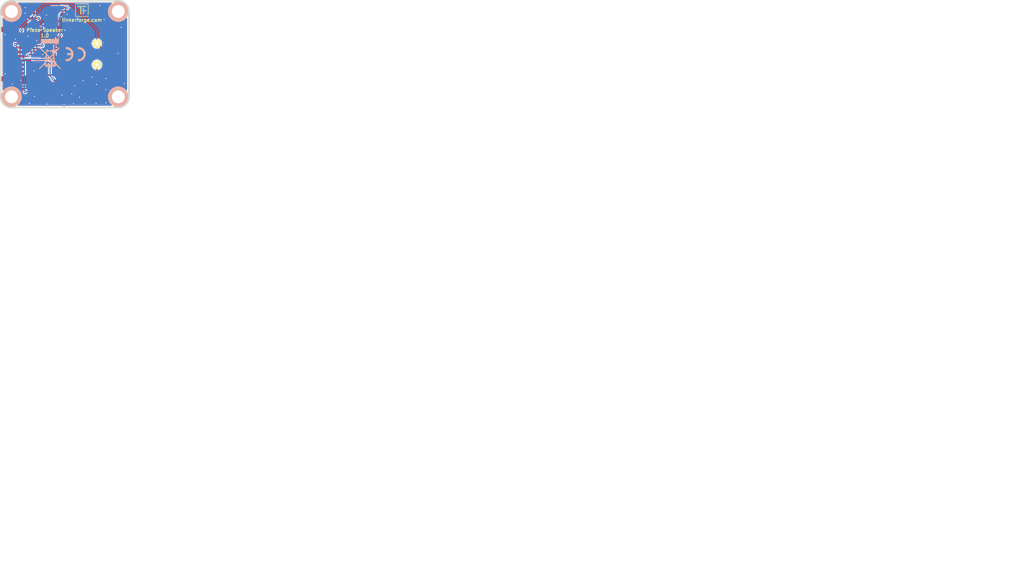
<source format=kicad_pcb>
(kicad_pcb (version 4) (host pcbnew 4.0.2+dfsg1-stable)
  (title_block (title "Piezo Speaker Bricklet") (rev 1.0) (company "Tinkerforge GmbH") (comment 1 "Licensed under CERN OHL v.1.1") (comment 2 "Copyright (©) 2013, B.Nordmeyer <bastian@tinkerforge.com>"))
  (layers (0 Vorderseite signal hide) (31 Rückseite signal hide) (34 B.Paste user) (35 F.Paste user) (36 B.SilkS user) (37 F.SilkS user) (38 B.Mask user) (39 F.Mask user) (44 Edge.Cuts user))
  (net 0 "")
  (net 1 +5V)
  (net 2 Feedback)
  (net 3 GND)
  (net 4 POT1-A)
  (net 5 POT2-A)
  (net 6 Reset)
  (net 7 VCC)
  (net 8 "Net-(C3-Pad2)")
  (net 9 "Net-(C5-Pad2)")
  (net 10 "Net-(P1-Pad4)")
  (net 11 "Net-(P1-Pad5)")
  (net 12 "Net-(P1-Pad6)")
  (net 13 "Net-(P1-Pad8)")
  (net 14 "Net-(P1-Pad9)")
  (net 15 "Net-(Q1-PadD)")
  (net 16 "Net-(U1-Pad7)")
  (net 17 "Net-(U2-Pad5)")
  (net 18 "Net-(U2-Pad6)")
  (net 19 "Net-(U2-Pad10)")
  (net 20 "Net-(U2-Pad11)")
  (module kicad-libraries:Logo_31x31 (layer Vorderseite) (at 60.3 30.4)
    (fp_text reference G*** hide)
    (fp_text value Logo_31x31 hide)
  )
  (module kicad-libraries:WEEE_7mm (layer Rückseite) (at 54.4 42.3)
    (fp_text reference VAL hide)
    (fp_text value WEEE_7mm hide)
  )
  (module kicad-libraries:CE_5mm (layer Rückseite) (at 60.4 42.3 180)
    (fp_text reference VAL hide)
    (fp_text value CE_5mm hide)
  )
  (module kicad-libraries:Fiducial_Mark (layer Vorderseite) (at 65.2 32.3)
    (fp_text reference Fiducial_Mark hide)
    (fp_text value VAL** hide)
    (pad 1 smd circle (at 0 0) (size 1.00076 1.00076) (layers Vorderseite F.Paste F.Mask) (clearance 0.65024))
  )
  (module kicad-libraries:Fiducial_Mark (layer Vorderseite) (at 45.7 46.3)
    (fp_text reference Fiducial_Mark hide)
    (fp_text value VAL** hide)
    (pad 1 smd circle (at 0 0) (size 1.00076 1.00076) (layers Vorderseite F.Paste F.Mask) (clearance 0.65024))
  )
  (module kicad-libraries:C0603 (layer Vorderseite) (at 57.3 32.2 270)
    (fp_text reference C1)
    (fp_text value 100nF)
    (pad 1 smd rect (at -0.8001 0 270) (size 0.8001 0.8001) (layers Vorderseite F.Paste F.Mask) (net 7 VCC))
    (pad 2 smd rect (at 0.8001 0 270) (size 0.8001 0.8001) (layers Vorderseite F.Paste F.Mask) (net 3 GND))
  )
  (module kicad-libraries:C0603 (layer Vorderseite) (at 56 38.9 180)
    (fp_text reference C2)
    (fp_text value 100nF)
    (pad 1 smd rect (at -0.8001 0 180) (size 0.8001 0.8001) (layers Vorderseite F.Paste F.Mask) (net 7 VCC))
    (pad 2 smd rect (at 0.8001 0 180) (size 0.8001 0.8001) (layers Vorderseite F.Paste F.Mask) (net 3 GND))
  )
  (module kicad-libraries:C0603 (layer Vorderseite) (at 58.5 50.8 90)
    (fp_text reference C3)
    (fp_text value "5.6nF NC0")
    (pad 1 smd rect (at -0.8001 0 90) (size 0.8001 0.8001) (layers Vorderseite F.Paste F.Mask) (net 3 GND))
    (pad 2 smd rect (at 0.8001 0 90) (size 0.8001 0.8001) (layers Vorderseite F.Paste F.Mask) (net 8 "Net-(C3-Pad2)"))
  )
  (module kicad-libraries:C0603 (layer Vorderseite) (at 49.6 51.9 90)
    (fp_text reference C4)
    (fp_text value 100nF)
    (pad 1 smd rect (at -0.8001 0 90) (size 0.8001 0.8001) (layers Vorderseite F.Paste F.Mask) (net 3 GND))
    (pad 2 smd rect (at 0.8001 0 90) (size 0.8001 0.8001) (layers Vorderseite F.Paste F.Mask) (net 7 VCC))
  )
  (module kicad-libraries:C0603 (layer Vorderseite) (at 49.6 47.7 90)
    (fp_text reference C5)
    (fp_text value 10nF)
    (pad 1 smd rect (at -0.8001 0 90) (size 0.8001 0.8001) (layers Vorderseite F.Paste F.Mask) (net 3 GND))
    (pad 2 smd rect (at 0.8001 0 90) (size 0.8001 0.8001) (layers Vorderseite F.Paste F.Mask) (net 9 "Net-(C5-Pad2)"))
  )
  (module kicad-libraries:CON-SENSOR (layer Vorderseite) (at 43 42.3 270)
    (fp_text reference P1)
    (fp_text value CON-SENSOR)
    (pad 1 smd rect (at -4.50088 -4.7752 270) (size 0.59944 1.5494) (layers Vorderseite F.Paste F.Mask) (net 1 +5V))
    (pad 2 smd rect (at -3.50012 -4.7752 270) (size 0.59944 1.5494) (layers Vorderseite F.Paste F.Mask) (net 3 GND))
    (pad 3 smd rect (at -2.49936 -4.7752 270) (size 0.59944 1.5494) (layers Vorderseite F.Paste F.Mask) (net 7 VCC))
    (pad 4 smd rect (at -1.50114 -4.7752 270) (size 0.59944 1.5494) (layers Vorderseite F.Paste F.Mask) (net 10 "Net-(P1-Pad4)"))
    (pad 5 smd rect (at -0.50038 -4.7752 270) (size 0.59944 1.5494) (layers Vorderseite F.Paste F.Mask) (net 11 "Net-(P1-Pad5)"))
    (pad 6 smd rect (at 0.50038 -4.7752 270) (size 0.59944 1.5494) (layers Vorderseite F.Paste F.Mask) (net 12 "Net-(P1-Pad6)"))
    (pad 7 smd rect (at 1.50114 -4.7752 270) (size 0.59944 1.5494) (layers Vorderseite F.Paste F.Mask) (net 6 Reset))
    (pad 8 smd rect (at 2.49936 -4.7752 270) (size 0.59944 1.5494) (layers Vorderseite F.Paste F.Mask) (net 13 "Net-(P1-Pad8)"))
    (pad 9 smd rect (at 3.50012 -4.7752 270) (size 0.59944 1.5494) (layers Vorderseite F.Paste F.Mask) (net 14 "Net-(P1-Pad9)"))
    (pad 10 smd rect (at 4.50088 -4.7752 270) (size 0.59944 1.5494) (layers Vorderseite F.Paste F.Mask) (net 2 Feedback))
    (pad EP smd rect (at -5.79882 -0.89916 270) (size 1.19888 1.80086) (layers Vorderseite F.Paste F.Mask) (net 3 GND))
    (pad EP smd rect (at 5.79882 -0.89916 270) (size 1.19888 1.80086) (layers Vorderseite F.Paste F.Mask) (net 3 GND))
  )
  (module kicad-libraries:SOT23GDS (layer Vorderseite) (at 63.4 51.5 90)
    (fp_text reference Q1)
    (fp_text value 2N7002P)
    (pad S smd rect (at -0.889 -1.016 90) (size 0.9144 0.9144) (layers Vorderseite F.Paste F.Mask) (net 3 GND))
    (pad G smd rect (at 0.889 -1.016 90) (size 0.9144 0.9144) (layers Vorderseite F.Paste F.Mask) (net 5 POT2-A))
    (pad D smd rect (at 0 1.016 90) (size 0.9144 0.9144) (layers Vorderseite F.Paste F.Mask) (net 15 "Net-(Q1-PadD)"))
  )
  (module kicad-libraries:R0603 (layer Vorderseite) (at 49.6 44.75 270)
    (fp_text reference R1)
    (fp_text value 10k)
    (pad 1 smd rect (at -0.8001 0 270) (size 0.8001 0.8001) (layers Vorderseite F.Paste F.Mask) (net 6 Reset))
    (pad 2 smd rect (at 0.8001 0 270) (size 0.8001 0.8001) (layers Vorderseite F.Paste F.Mask) (net 3 GND))
  )
  (module kicad-libraries:R0603 (layer Vorderseite) (at 58.5 47.9 270)
    (fp_text reference R2)
    (fp_text value 18k)
    (pad 1 smd rect (at -0.8001 0 270) (size 0.8001 0.8001) (layers Vorderseite F.Paste F.Mask) (net 4 POT1-A))
    (pad 2 smd rect (at 0.8001 0 270) (size 0.8001 0.8001) (layers Vorderseite F.Paste F.Mask) (net 8 "Net-(C3-Pad2)"))
  )
  (module kicad-libraries:R0603 (layer Vorderseite) (at 54.05 52.5)
    (fp_text reference R3)
    (fp_text value 10k)
    (pad 1 smd rect (at -0.8001 0) (size 0.8001 0.8001) (layers Vorderseite F.Paste F.Mask) (net 7 VCC))
    (pad 2 smd rect (at 0.8001 0) (size 0.8001 0.8001) (layers Vorderseite F.Paste F.Mask) (net 2 Feedback))
  )
  (module kicad-libraries:R0603 (layer Vorderseite) (at 66.2 51.5 270)
    (fp_text reference R4)
    (fp_text value 1k)
    (pad 1 smd rect (at -0.8001 0 270) (size 0.8001 0.8001) (layers Vorderseite F.Paste F.Mask) (net 1 +5V))
    (pad 2 smd rect (at 0.8001 0 270) (size 0.8001 0.8001) (layers Vorderseite F.Paste F.Mask) (net 15 "Net-(Q1-PadD)"))
  )
  (module kicad-libraries:SOIC8 (layer Vorderseite) (at 52.8 33.3 270)
    (fp_text reference U1)
    (fp_text value M24C64)
    (pad 1 smd rect (at -1.90246 2.69748 90) (size 0.59944 1.5494) (layers Vorderseite F.Paste F.Mask) (net 3 GND))
    (pad 2 smd rect (at -0.63246 2.69748 90) (size 0.59944 1.5494) (layers Vorderseite F.Paste F.Mask) (net 3 GND))
    (pad 3 smd rect (at 0.63246 2.69748 90) (size 0.59944 1.5494) (layers Vorderseite F.Paste F.Mask) (net 12 "Net-(P1-Pad6)"))
    (pad 4 smd rect (at 1.90246 2.69748 90) (size 0.59944 1.5494) (layers Vorderseite F.Paste F.Mask) (net 3 GND))
    (pad 5 smd rect (at 1.90246 -2.69748 270) (size 0.59944 1.5494) (layers Vorderseite F.Paste F.Mask) (net 11 "Net-(P1-Pad5)"))
    (pad 6 smd rect (at 0.63246 -2.69748 270) (size 0.59944 1.5494) (layers Vorderseite F.Paste F.Mask) (net 10 "Net-(P1-Pad4)"))
    (pad 7 smd rect (at -0.63246 -2.69748 270) (size 0.59944 1.5494) (layers Vorderseite F.Paste F.Mask) (net 16 "Net-(U1-Pad7)"))
    (pad 8 smd rect (at -1.90246 -2.69748 270) (size 0.59944 1.5494) (layers Vorderseite F.Paste F.Mask) (net 7 VCC))
  )
  (module kicad-libraries:TSSOP14 (layer Vorderseite) (at 54 42.3 270)
    (fp_text reference U2)
    (fp_text value MCP4651-104E/ST)
    (pad 1 smd rect (at -1.94818 2.79908 90) (size 0.29972 1.5494) (layers Vorderseite F.Paste F.Mask) (net 12 "Net-(P1-Pad6)"))
    (pad 2 smd rect (at -1.29794 2.79908 90) (size 0.29972 1.5494) (layers Vorderseite F.Paste F.Mask) (net 10 "Net-(P1-Pad4)"))
    (pad 3 smd rect (at -0.6477 2.79908 90) (size 0.29972 1.5494) (layers Vorderseite F.Paste F.Mask) (net 11 "Net-(P1-Pad5)"))
    (pad 4 smd rect (at 0 2.79908 90) (size 0.29972 1.5494) (layers Vorderseite F.Paste F.Mask) (net 3 GND))
    (pad 5 smd rect (at 0.6477 2.79908 90) (size 0.29972 1.5494) (layers Vorderseite F.Paste F.Mask) (net 17 "Net-(U2-Pad5)"))
    (pad 6 smd rect (at 1.29794 2.79908 90) (size 0.29972 1.5494) (layers Vorderseite F.Paste F.Mask) (net 18 "Net-(U2-Pad6)"))
    (pad 7 smd rect (at 1.94818 2.79908 90) (size 0.29972 1.5494) (layers Vorderseite F.Paste F.Mask) (net 5 POT2-A))
    (pad 8 smd rect (at 1.94818 -2.79908 270) (size 0.29972 1.5494) (layers Vorderseite F.Paste F.Mask) (net 4 POT1-A))
    (pad 9 smd rect (at 1.29794 -2.79908 270) (size 0.29972 1.5494) (layers Vorderseite F.Paste F.Mask) (net 18 "Net-(U2-Pad6)"))
    (pad 10 smd rect (at 0.6477 -2.79908 270) (size 0.29972 1.5494) (layers Vorderseite F.Paste F.Mask) (net 19 "Net-(U2-Pad10)"))
    (pad 11 smd rect (at 0 -2.79908 270) (size 0.29972 1.5494) (layers Vorderseite F.Paste F.Mask) (net 20 "Net-(U2-Pad11)"))
    (pad 12 smd rect (at -0.6477 -2.79908 270) (size 0.29972 1.5494) (layers Vorderseite F.Paste F.Mask) (net 7 VCC))
    (pad 13 smd rect (at -1.29794 -2.79908 270) (size 0.29972 1.5494) (layers Vorderseite F.Paste F.Mask) (net 7 VCC))
    (pad 14 smd rect (at -1.94818 -2.79908 270) (size 0.29972 1.5494) (layers Vorderseite F.Paste F.Mask) (net 7 VCC))
  )
  (module kicad-libraries:SOIC8 (layer Vorderseite) (at 54.1 49.1 90)
    (fp_text reference U3)
    (fp_text value ICM7555)
    (pad 1 smd rect (at -1.90246 2.69748 270) (size 0.59944 1.5494) (layers Vorderseite F.Paste F.Mask) (net 3 GND))
    (pad 2 smd rect (at -0.63246 2.69748 270) (size 0.59944 1.5494) (layers Vorderseite F.Paste F.Mask) (net 8 "Net-(C3-Pad2)"))
    (pad 3 smd rect (at 0.63246 2.69748 270) (size 0.59944 1.5494) (layers Vorderseite F.Paste F.Mask) (net 5 POT2-A))
    (pad 4 smd rect (at 1.90246 2.69748 270) (size 0.59944 1.5494) (layers Vorderseite F.Paste F.Mask) (net 6 Reset))
    (pad 5 smd rect (at 1.90246 -2.69748 90) (size 0.59944 1.5494) (layers Vorderseite F.Paste F.Mask) (net 9 "Net-(C5-Pad2)"))
    (pad 6 smd rect (at 0.63246 -2.69748 90) (size 0.59944 1.5494) (layers Vorderseite F.Paste F.Mask) (net 8 "Net-(C3-Pad2)"))
    (pad 7 smd rect (at -0.63246 -2.69748 90) (size 0.59944 1.5494) (layers Vorderseite F.Paste F.Mask) (net 2 Feedback))
    (pad 8 smd rect (at -1.90246 -2.69748 90) (size 0.59944 1.5494) (layers Vorderseite F.Paste F.Mask) (net 7 VCC))
  )
  (module kicad-libraries:DRILL_NP (layer Vorderseite) (at 45.4 52.3)
    (fp_text reference U4 hide)
    (fp_text value DRILL hide)
    (pad "" np_thru_hole circle (at 0 0) (size 2.99974 2.99974) (drill 2.99974) (layers *.Cu *.Mask F.SilkS) (clearance 0.89916))
  )
  (module kicad-libraries:DRILL_NP (layer Vorderseite) (at 70.4 52.3)
    (fp_text reference U5 hide)
    (fp_text value DRILL hide)
    (pad "" np_thru_hole circle (at 0 0) (size 2.99974 2.99974) (drill 2.99974) (layers *.Cu *.Mask F.SilkS) (clearance 0.89916))
  )
  (module kicad-libraries:DRILL_NP (layer Vorderseite) (at 45.4 32.3)
    (fp_text reference U6 hide)
    (fp_text value DRILL hide)
    (pad "" np_thru_hole circle (at 0 0) (size 2.99974 2.99974) (drill 2.99974) (layers *.Cu *.Mask F.SilkS) (clearance 0.89916))
  )
  (module kicad-libraries:DRILL_NP (layer Vorderseite) (at 70.4 32.3)
    (fp_text reference U7 hide)
    (fp_text value DRILL hide)
    (pad "" np_thru_hole circle (at 0 0) (size 2.99974 2.99974) (drill 2.99974) (layers *.Cu *.Mask F.SilkS) (clearance 0.89916))
  )
  (module kicad-libraries:PS1420 (layer Vorderseite) (at 65.4 42.3 270)
    (fp_text reference SP1)
    (fp_text value PS1420)
    (pad 1 thru_hole circle (at -2.49936 0 270) (size 1.99898 1.99898) (drill 0.8001) (layers *.Cu *.Mask F.SilkS) (net 1 +5V))
    (pad 2 thru_hole circle (at 2.49936 0 270) (size 1.99898 1.99898) (drill 0.8001) (layers *.Cu *.Mask F.SilkS) (net 15 "Net-(Q1-PadD)"))
  )
  (gr_line (start 42.9 52.3) (end 42.9 32.3) (angle 90) (layer Edge.Cuts) (width 0.381))
  (gr_line (start 70.4 54.8) (end 45.4 54.8) (angle 90) (layer Edge.Cuts) (width 0.381))
  (gr_line (start 72.9 32.3) (end 72.9 52.3) (angle 90) (layer Edge.Cuts) (width 0.381))
  (gr_line (start 45.4 29.8) (end 70.4 29.8) (angle 90) (layer Edge.Cuts) (width 0.381))
  (gr_arc (start 45.4 32.3) (end 42.9 32.3) (angle 90) (layer Edge.Cuts) (width 0.381))
  (gr_arc (start 70.4 32.3) (end 70.4 29.8) (angle 90) (layer Edge.Cuts) (width 0.381))
  (gr_arc (start 70.4 52.3) (end 72.9 52.3) (angle 90) (layer Edge.Cuts) (width 0.381))
  (gr_arc (start 45.4 52.3) (end 45.4 54.8) (angle 90) (layer Edge.Cuts) (width 0.381))
  (gr_text "Piezo Speaker\n1.0" (at 53.2 37.3) (layer F.SilkS) (effects (font (size 0.8 0.8))))
  (gr_text tinkerforge.com (at 61.9 34.3) (layer F.SilkS) (effects (font (size 0.8 0.8))))
  (segment (start 67.1 41.50064) (end 65.4 39.80064) (width 0.29972) (layer Vorderseite) (net 1))
  (segment (start 67.1 46.7) (end 67.1 41.50064) (width 0.29972) (layer Vorderseite) (net 1))
  (segment (start 65.4 39.80064) (end 65.4 36.6) (width 0.29972) (layer Rückseite) (net 1))
  (segment (start 47.7752 36.7248) (end 47.7752 37.79912) (width 0.29972) (layer Vorderseite) (net 1))
  (segment (start 47.8 36.7) (end 47.7752 36.7248) (width 0.29972) (layer Vorderseite) (net 1))
  (via (at 47.8 36.7) (size 0.70104) (layers Vorderseite Rückseite) (net 1))
  (segment (start 47.8 36) (end 47.8 36.7) (width 0.29972) (layer Rückseite) (net 1))
  (segment (start 53.2 30.6) (end 47.8 36) (width 0.29972) (layer Rückseite) (net 1))
  (segment (start 59.4 30.6) (end 53.2 30.6) (width 0.29972) (layer Rückseite) (net 1))
  (segment (start 65.4 36.6) (end 59.4 30.6) (width 0.29972) (layer Rückseite) (net 1))
  (segment (start 66.2 47.6) (end 67.1 46.7) (width 0.29972) (layer Vorderseite) (net 1))
  (segment (start 66.2 50.6999) (end 66.2 47.6) (width 0.29972) (layer Vorderseite) (net 1))
  (segment (start 51.40252 49.73246) (end 47.63246 49.73246) (width 0.29972) (layer Vorderseite) (net 2))
  (segment (start 47.7752 47.0248) (end 47.7752 46.80088) (width 0.29972) (layer Vorderseite) (net 2))
  (segment (start 46.7 48.1) (end 47.7752 47.0248) (width 0.29972) (layer Vorderseite) (net 2))
  (segment (start 46.7 48.8) (end 46.7 48.1) (width 0.29972) (layer Vorderseite) (net 2))
  (segment (start 47.63246 49.73246) (end 46.7 48.8) (width 0.29972) (layer Vorderseite) (net 2))
  (segment (start 51.40252 49.73246) (end 52.53246 49.73246) (width 0.29972) (layer Vorderseite) (net 2))
  (segment (start 54.8501 52.0501) (end 54.8501 52.5) (width 0.29972) (layer Vorderseite) (net 2))
  (segment (start 52.53246 49.73246) (end 54.8501 52.0501) (width 0.29972) (layer Vorderseite) (net 2))
  (segment (start 43.89916 48.09882) (end 44.39882 48.09882) (width 0.29972) (layer Vorderseite) (net 3))
  (via (at 45.6 49.3) (size 0.70104) (layers Vorderseite Rückseite) (net 3))
  (segment (start 44.39882 48.09882) (end 45.6 49.3) (width 0.29972) (layer Vorderseite) (net 3))
  (segment (start 49.6 48.5001) (end 47.6001 48.5001) (width 0.29972) (layer Vorderseite) (net 3))
  (segment (start 43.9 46.9) (end 43.9 37.7) (width 0.29972) (layer Rückseite) (net 3))
  (via (at 43.9 46.9) (size 0.70104) (layers Vorderseite Rückseite) (net 3))
  (segment (start 45.35 48.35) (end 43.9 46.9) (width 0.29972) (layer Rückseite) (net 3))
  (segment (start 47.45 48.35) (end 45.35 48.35) (width 0.29972) (layer Rückseite) (net 3))
  (segment (start 47.6 48.5) (end 47.45 48.35) (width 0.29972) (layer Rückseite) (net 3))
  (via (at 47.6 48.5) (size 0.70104) (layers Vorderseite Rückseite) (net 3))
  (segment (start 47.6001 48.5001) (end 47.6 48.5) (width 0.29972) (layer Vorderseite) (net 3))
  (segment (start 53.6 33.1) (end 52.15 33.1) (width 0.29972) (layer Vorderseite) (net 3))
  (segment (start 51.71754 32.66754) (end 50.10252 32.66754) (width 0.29972) (layer Vorderseite) (net 3))
  (segment (start 52.15 33.1) (end 51.71754 32.66754) (width 0.29972) (layer Vorderseite) (net 3))
  (segment (start 49.6 45.5501) (end 50.0001 45.5501) (width 0.29972) (layer Vorderseite) (net 3))
  (segment (start 50.65 46.2) (end 49.6 47.25) (width 0.29972) (layer Rückseite) (net 3))
  (via (at 50.65 46.2) (size 0.70104) (layers Vorderseite Rückseite) (net 3))
  (segment (start 50.0001 45.5501) (end 50.65 46.2) (width 0.29972) (layer Vorderseite) (net 3))
  (segment (start 66.1 30.9) (end 64.15 30.9) (width 0.29972) (layer Vorderseite) (net 3))
  (segment (start 62.05 33) (end 62.1 33) (width 0.29972) (layer Vorderseite) (net 3))
  (segment (start 64.15 30.9) (end 62.05 33) (width 0.29972) (layer Vorderseite) (net 3))
  (segment (start 57.9 36.7) (end 57.9 37.3) (width 0.29972) (layer Rückseite) (net 3))
  (via (at 62.5 41.9) (size 0.70104) (layers Vorderseite Rückseite) (net 3))
  (segment (start 57.9 37.3) (end 62.5 41.9) (width 0.29972) (layer Rückseite) (net 3))
  (segment (start 65.3 49.4) (end 66.1 49.4) (width 0.29972) (layer Rückseite) (net 3))
  (segment (start 59.5 50.4) (end 60.2 49.7) (width 0.29972) (layer Vorderseite) (net 3))
  (via (at 60.2 49.7) (size 0.70104) (layers Vorderseite Rückseite) (net 3))
  (segment (start 60.2 49.7) (end 61.4 48.5) (width 0.29972) (layer Rückseite) (net 3))
  (segment (start 61.4 48.5) (end 62.2 48.5) (width 0.29972) (layer Rückseite) (net 3))
  (via (at 62.2 48.5) (size 0.70104) (layers Vorderseite Rückseite) (net 3))
  (segment (start 62.2 48.5) (end 63 47.7) (width 0.29972) (layer Vorderseite) (net 3))
  (segment (start 63 47.7) (end 64.3 47.7) (width 0.29972) (layer Vorderseite) (net 3))
  (via (at 64.3 47.7) (size 0.70104) (layers Vorderseite Rückseite) (net 3))
  (segment (start 64.3 47.7) (end 65.3 48.7) (width 0.29972) (layer Rückseite) (net 3))
  (segment (start 65.3 48.7) (end 65.3 49.4) (width 0.29972) (layer Rückseite) (net 3))
  (via (at 65.3 49.4) (size 0.70104) (layers Vorderseite Rückseite) (net 3))
  (segment (start 59.5 51.6) (end 59.5 50.4) (width 0.29972) (layer Vorderseite) (net 3))
  (via (at 67.5 48) (size 0.70104) (layers Vorderseite Rückseite) (net 3))
  (segment (start 66.1 49.4) (end 67.5 48) (width 0.29972) (layer Rückseite) (net 3))
  (segment (start 58.4 33) (end 62.1 33) (width 0.29972) (layer Vorderseite) (net 3))
  (via (at 58.4 33) (size 0.70104) (layers Vorderseite Rückseite) (net 3))
  (via (at 59.9 53.9) (size 0.70104) (layers Vorderseite Rückseite) (net 3))
  (segment (start 62.6 53.9) (end 59.9 53.9) (width 0.29972) (layer Rückseite) (net 3))
  (via (at 62.6 53.9) (size 0.70104) (layers Vorderseite Rückseite) (net 3))
  (segment (start 65.2 53.9) (end 62.6 53.9) (width 0.29972) (layer Vorderseite) (net 3))
  (via (at 65.2 53.9) (size 0.70104) (layers Vorderseite Rückseite) (net 3))
  (segment (start 67.3 53.9) (end 65.2 53.9) (width 0.29972) (layer Rückseite) (net 3))
  (segment (start 67.5 53.7) (end 67.3 53.9) (width 0.29972) (layer Rückseite) (net 3))
  (via (at 67.5 53.7) (size 0.70104) (layers Vorderseite Rückseite) (net 3))
  (segment (start 67.5 50.6) (end 67.5 53.7) (width 0.29972) (layer Vorderseite) (net 3))
  (via (at 67.5 50.6) (size 0.70104) (layers Vorderseite Rückseite) (net 3))
  (segment (start 68.8 49.3) (end 67.5 50.6) (width 0.29972) (layer Rückseite) (net 3))
  (segment (start 71.7 49.3) (end 68.8 49.3) (width 0.29972) (layer Rückseite) (net 3))
  (segment (start 71.8 49.2) (end 71.7 49.3) (width 0.29972) (layer Rückseite) (net 3))
  (via (at 71.8 49.2) (size 0.70104) (layers Vorderseite Rückseite) (net 3))
  (segment (start 71.8 43.5) (end 71.8 49.2) (width 0.29972) (layer Vorderseite) (net 3))
  (segment (start 70.4 42.1) (end 71.8 43.5) (width 0.29972) (layer Vorderseite) (net 3))
  (via (at 70.4 42.1) (size 0.70104) (layers Vorderseite Rückseite) (net 3))
  (segment (start 70.4 36.7) (end 70.4 42.1) (width 0.29972) (layer Rückseite) (net 3))
  (segment (start 71.1 36) (end 70.4 36.7) (width 0.29972) (layer Rückseite) (net 3))
  (via (at 71.1 36) (size 0.70104) (layers Vorderseite Rückseite) (net 3))
  (segment (start 68.9 36) (end 71.1 36) (width 0.29972) (layer Vorderseite) (net 3))
  (segment (start 67.1 34.2) (end 68.9 36) (width 0.29972) (layer Vorderseite) (net 3))
  (via (at 67.1 34.2) (size 0.70104) (layers Vorderseite Rückseite) (net 3))
  (segment (start 67.1 31.9) (end 67.1 34.2) (width 0.29972) (layer Rückseite) (net 3))
  (segment (start 66.1 30.9) (end 67.1 31.9) (width 0.29972) (layer Rückseite) (net 3))
  (via (at 66.1 30.9) (size 0.70104) (layers Vorderseite Rückseite) (net 3))
  (segment (start 57.3 33.0001) (end 58.3999 33.0001) (width 0.29972) (layer Vorderseite) (net 3))
  (segment (start 57.9 33.5) (end 58.4 33) (width 0.29972) (layer Vorderseite) (net 3))
  (segment (start 57.9 33.5) (end 57.9 36.7) (width 0.29972) (layer Vorderseite) (net 3))
  (segment (start 58.3999 33.0001) (end 58.4 33) (width 0.29972) (layer Vorderseite) (net 3))
  (segment (start 49.3 38.1) (end 50.3 38.1) (width 0.29972) (layer Rückseite) (net 3))
  (segment (start 48.60012 38.79988) (end 49.3 38.1) (width 0.29972) (layer Vorderseite) (net 3))
  (via (at 49.3 38.1) (size 0.70104) (layers Vorderseite Rückseite) (net 3))
  (segment (start 47.7752 38.79988) (end 48.60012 38.79988) (width 0.29972) (layer Vorderseite) (net 3))
  (via (at 51.3 39.1) (size 0.70104) (layers Vorderseite Rückseite) (net 3))
  (segment (start 50.3 38.1) (end 51.3 39.1) (width 0.29972) (layer Rückseite) (net 3))
  (segment (start 49.6 49.5) (end 49.6 47.25) (width 0.29972) (layer Rückseite) (net 3))
  (segment (start 49.6 52) (end 50.6 52) (width 0.29972) (layer Rückseite) (net 3))
  (via (at 50.8 52.2) (size 0.70104) (layers Vorderseite Rückseite) (net 3))
  (segment (start 50.6 52) (end 50.8 52.2) (width 0.29972) (layer Rückseite) (net 3))
  (segment (start 49.6 53.8) (end 49.6 52) (width 0.29972) (layer Rückseite) (net 3))
  (segment (start 49.6 52) (end 49.6 49.5) (width 0.29972) (layer Rückseite) (net 3))
  (segment (start 49.6 52.7001) (end 49.6 53.8) (width 0.29972) (layer Vorderseite) (net 3))
  (segment (start 59.4 52.4) (end 59.8 52.4) (width 0.29972) (layer Rückseite) (net 3))
  (segment (start 57.7 54.1) (end 59.4 52.4) (width 0.29972) (layer Rückseite) (net 3))
  (via (at 57.7 54.1) (size 0.70104) (layers Vorderseite Rückseite) (net 3))
  (segment (start 54 54.1) (end 57.7 54.1) (width 0.29972) (layer Vorderseite) (net 3))
  (segment (start 53.9 54) (end 54 54.1) (width 0.29972) (layer Vorderseite) (net 3))
  (via (at 53.9 54) (size 0.70104) (layers Vorderseite Rückseite) (net 3))
  (segment (start 49.8 54) (end 53.9 54) (width 0.29972) (layer Rückseite) (net 3))
  (segment (start 49.6 53.8) (end 49.8 54) (width 0.29972) (layer Rückseite) (net 3))
  (via (at 49.6 53.8) (size 0.70104) (layers Vorderseite Rückseite) (net 3))
  (segment (start 56.1 37.1) (end 54.3 38.9) (width 0.29972) (layer Vorderseite) (net 3))
  (segment (start 57.5 37.1) (end 56.1 37.1) (width 0.29972) (layer Vorderseite) (net 3))
  (segment (start 57.9 36.7) (end 57.5 37.1) (width 0.29972) (layer Vorderseite) (net 3))
  (via (at 57.9 36.7) (size 0.70104) (layers Vorderseite Rückseite) (net 3))
  (segment (start 50.1 36.3) (end 51.1 36.3) (width 0.29972) (layer Vorderseite) (net 3))
  (segment (start 51.1 36.3) (end 53.6 33.8) (width 0.29972) (layer Vorderseite) (net 3))
  (segment (start 53.6 33.8) (end 53.6 33.1) (width 0.29972) (layer Vorderseite) (net 3))
  (segment (start 54.3 33.8) (end 54.3 38.9) (width 0.29972) (layer Rückseite) (net 3))
  (via (at 53.6 33.1) (size 0.70104) (layers Vorderseite Rückseite) (net 3))
  (segment (start 54.3 33.8) (end 53.6 33.1) (width 0.29972) (layer Rückseite) (net 3))
  (segment (start 52.7 42.4) (end 53.3 42.4) (width 0.29972) (layer Rückseite) (net 3))
  (segment (start 52.6 42.3) (end 52.7 42.4) (width 0.29972) (layer Vorderseite) (net 3))
  (via (at 52.7 42.4) (size 0.70104) (layers Vorderseite Rückseite) (net 3))
  (segment (start 52.6 42.3) (end 51.20092 42.3) (width 0.29972) (layer Vorderseite) (net 3))
  (segment (start 54.3 41.4) (end 54.3 38.9) (width 0.29972) (layer Rückseite) (net 3))
  (segment (start 53.3 42.4) (end 54.3 41.4) (width 0.29972) (layer Rückseite) (net 3))
  (via (at 54.3 38.9) (size 0.70104) (layers Vorderseite Rückseite) (net 3))
  (segment (start 55.1999 38.9) (end 54.3 38.9) (width 0.29972) (layer Vorderseite) (net 3))
  (segment (start 46.3 38.8) (end 45 38.8) (width 0.29972) (layer Rückseite) (net 3))
  (segment (start 45 38.8) (end 43.9 37.7) (width 0.29972) (layer Rückseite) (net 3))
  (segment (start 48.6 32.7) (end 48.6 33.6) (width 0.29972) (layer Rückseite) (net 3))
  (segment (start 44.5 37.7) (end 43.9 37.7) (width 0.29972) (layer Rückseite) (net 3))
  (segment (start 48.6 33.6) (end 44.5 37.7) (width 0.29972) (layer Rückseite) (net 3))
  (segment (start 43.89916 37.69916) (end 43.9 37.7) (width 0.29972) (layer Vorderseite) (net 3))
  (via (at 43.9 37.7) (size 0.70104) (layers Vorderseite Rückseite) (net 3))
  (segment (start 43.89916 37.69916) (end 43.89916 36.50118) (width 0.29972) (layer Vorderseite) (net 3))
  (segment (start 48.6 31.4) (end 48.6 32.7) (width 0.29972) (layer Rückseite) (net 3))
  (segment (start 48.60246 31.39754) (end 48.6 31.4) (width 0.29972) (layer Vorderseite) (net 3))
  (via (at 48.6 31.4) (size 0.70104) (layers Vorderseite Rückseite) (net 3))
  (segment (start 50.10252 31.39754) (end 48.60246 31.39754) (width 0.29972) (layer Vorderseite) (net 3))
  (segment (start 48.63246 32.66754) (end 48.6 32.7) (width 0.29972) (layer Vorderseite) (net 3))
  (segment (start 48.63246 32.66754) (end 50.10252 32.66754) (width 0.29972) (layer Vorderseite) (net 3))
  (via (at 48.6 32.7) (size 0.70104) (layers Vorderseite Rückseite) (net 3))
  (segment (start 58.5 51.6001) (end 59.4999 51.6001) (width 0.29972) (layer Vorderseite) (net 3))
  (segment (start 59.8 51.9) (end 59.8 52.4) (width 0.29972) (layer Rückseite) (net 3))
  (segment (start 59.5 51.6) (end 59.8 51.9) (width 0.29972) (layer Rückseite) (net 3))
  (via (at 59.5 51.6) (size 0.70104) (layers Vorderseite Rückseite) (net 3))
  (segment (start 59.4999 51.6001) (end 59.5 51.6) (width 0.29972) (layer Vorderseite) (net 3))
  (segment (start 56.79748 51.00246) (end 56.79748 51.49748) (width 0.29972) (layer Vorderseite) (net 3))
  (segment (start 61.311 52.389) (end 62.384 52.389) (width 0.29972) (layer Vorderseite) (net 3))
  (segment (start 61.3 52.4) (end 61.311 52.389) (width 0.29972) (layer Vorderseite) (net 3))
  (via (at 61.3 52.4) (size 0.70104) (layers Vorderseite Rückseite) (net 3))
  (segment (start 57.7 52.4) (end 59.8 52.4) (width 0.29972) (layer Rückseite) (net 3))
  (segment (start 59.8 52.4) (end 61.3 52.4) (width 0.29972) (layer Rückseite) (net 3))
  (segment (start 57.2 51.9) (end 57.7 52.4) (width 0.29972) (layer Rückseite) (net 3))
  (via (at 57.2 51.9) (size 0.70104) (layers Vorderseite Rückseite) (net 3))
  (segment (start 56.79748 51.49748) (end 57.2 51.9) (width 0.29972) (layer Vorderseite) (net 3))
  (segment (start 47.7752 38.79988) (end 46.30012 38.79988) (width 0.29972) (layer Vorderseite) (net 3))
  (segment (start 50.10252 36.29748) (end 50.10252 35.20246) (width 0.29972) (layer Vorderseite) (net 3))
  (segment (start 50.1 36.3) (end 50.10252 36.29748) (width 0.29972) (layer Vorderseite) (net 3))
  (via (at 50.1 36.3) (size 0.70104) (layers Vorderseite Rückseite) (net 3))
  (segment (start 47.9 38.5) (end 50.1 36.3) (width 0.29972) (layer Rückseite) (net 3))
  (segment (start 46.6 38.5) (end 47.9 38.5) (width 0.29972) (layer Rückseite) (net 3))
  (segment (start 46.3 38.8) (end 46.6 38.5) (width 0.29972) (layer Rückseite) (net 3))
  (via (at 46.3 38.8) (size 0.70104) (layers Vorderseite Rückseite) (net 3))
  (segment (start 46.30012 38.79988) (end 46.3 38.8) (width 0.29972) (layer Vorderseite) (net 3))
  (segment (start 58.5 47.0999) (end 58.5 47.05) (width 0.29972) (layer Vorderseite) (net 4))
  (segment (start 57.44818 44.24818) (end 56.79908 44.24818) (width 0.29972) (layer Vorderseite) (net 4))
  (segment (start 57.95 44.75) (end 57.44818 44.24818) (width 0.29972) (layer Vorderseite) (net 4))
  (segment (start 57.95 46.5) (end 57.95 44.75) (width 0.29972) (layer Vorderseite) (net 4))
  (segment (start 58.5 47.05) (end 57.95 46.5) (width 0.29972) (layer Vorderseite) (net 4))
  (segment (start 56.79748 48.46754) (end 57.28246 48.46754) (width 0.29972) (layer Vorderseite) (net 5))
  (segment (start 62.384 50.534) (end 62.384 50.611) (width 0.29972) (layer Vorderseite) (net 5))
  (segment (start 59.75 47.9) (end 62.384 50.534) (width 0.29972) (layer Vorderseite) (net 5))
  (segment (start 57.85 47.9) (end 59.75 47.9) (width 0.29972) (layer Vorderseite) (net 5))
  (segment (start 57.28246 48.46754) (end 57.85 47.9) (width 0.29972) (layer Vorderseite) (net 5))
  (segment (start 56.79748 48.46754) (end 55.46754 48.46754) (width 0.29972) (layer Vorderseite) (net 5))
  (segment (start 54.44818 44.24818) (end 51.20092 44.24818) (width 0.29972) (layer Vorderseite) (net 5))
  (segment (start 54.45 44.25) (end 54.44818 44.24818) (width 0.29972) (layer Vorderseite) (net 5))
  (via (at 54.45 44.25) (size 0.70104) (layers Vorderseite Rückseite) (net 5))
  (segment (start 54.45 47.45) (end 54.45 44.25) (width 0.29972) (layer Rückseite) (net 5))
  (segment (start 55.15 48.15) (end 54.45 47.45) (width 0.29972) (layer Rückseite) (net 5))
  (via (at 55.15 48.15) (size 0.70104) (layers Vorderseite Rückseite) (net 5))
  (segment (start 55.46754 48.46754) (end 55.15 48.15) (width 0.29972) (layer Vorderseite) (net 5))
  (segment (start 47.7752 43.80114) (end 49.45124 43.80114) (width 0.29972) (layer Vorderseite) (net 6))
  (segment (start 49.45124 43.80114) (end 49.6 43.9499) (width 0.29972) (layer Vorderseite) (net 6))
  (segment (start 56.79748 47.19754) (end 53.59754 47.19754) (width 0.29972) (layer Vorderseite) (net 6))
  (segment (start 49.6 44.15) (end 49.6 43.9499) (width 0.29972) (layer Vorderseite) (net 6))
  (segment (start 51.1 45.65) (end 49.6 44.15) (width 0.29972) (layer Vorderseite) (net 6))
  (segment (start 52.05 45.65) (end 51.1 45.65) (width 0.29972) (layer Vorderseite) (net 6))
  (segment (start 53.59754 47.19754) (end 52.05 45.65) (width 0.29972) (layer Vorderseite) (net 6))
  (segment (start 53.2499 52.5) (end 52.8 52.5) (width 0.29972) (layer Vorderseite) (net 7))
  (segment (start 51.40252 51.10252) (end 51.40252 51.00246) (width 0.29972) (layer Vorderseite) (net 7))
  (segment (start 52.8 52.5) (end 51.40252 51.10252) (width 0.29972) (layer Vorderseite) (net 7))
  (segment (start 49.6 51.0999) (end 48.6001 51.0999) (width 0.29972) (layer Vorderseite) (net 7))
  (segment (start 48.4 50.9) (end 48.4 43.5) (width 0.29972) (layer Rückseite) (net 7))
  (segment (start 48.6 51.1) (end 48.4 50.9) (width 0.29972) (layer Rückseite) (net 7))
  (via (at 48.6 51.1) (size 0.70104) (layers Vorderseite Rückseite) (net 7))
  (segment (start 48.6001 51.0999) (end 48.6 51.1) (width 0.29972) (layer Vorderseite) (net 7))
  (segment (start 51.40252 51.00246) (end 49.69744 51.00246) (width 0.29972) (layer Vorderseite) (net 7))
  (segment (start 49.69744 51.00246) (end 49.6 51.0999) (width 0.29972) (layer Vorderseite) (net 7))
  (segment (start 47.7752 39.80064) (end 46.49936 39.80064) (width 0.29972) (layer Vorderseite) (net 7))
  (segment (start 46.49936 39.80064) (end 46.3 40) (width 0.29972) (layer Vorderseite) (net 7))
  (via (at 46.3 40) (size 0.70104) (layers Vorderseite Rückseite) (net 7))
  (segment (start 46.3 40) (end 47.4 41.1) (width 0.29972) (layer Rückseite) (net 7))
  (segment (start 47.4 41.1) (end 47.4 42.5) (width 0.29972) (layer Rückseite) (net 7))
  (segment (start 47.4 42.5) (end 48.4 43.5) (width 0.29972) (layer Rückseite) (net 7))
  (segment (start 54.5 43.5) (end 55.6 42.4) (width 0.29972) (layer Rückseite) (net 7))
  (segment (start 48.4 43.5) (end 54.5 43.5) (width 0.29972) (layer Rückseite) (net 7))
  (segment (start 55.6 42.4) (end 55.6 39.1) (width 0.29972) (layer Rückseite) (net 7))
  (segment (start 55.6 39.1) (end 56.8 37.9) (width 0.29972) (layer Rückseite) (net 7))
  (segment (start 57.3 31.3999) (end 58.3999 31.3999) (width 0.29972) (layer Vorderseite) (net 7))
  (segment (start 58.3999 31.3999) (end 58.4 31.4) (width 0.29972) (layer Vorderseite) (net 7))
  (via (at 58.4 31.4) (size 0.70104) (layers Vorderseite Rückseite) (net 7))
  (segment (start 58.4 31.4) (end 56.8 33) (width 0.29972) (layer Rückseite) (net 7))
  (segment (start 56.8 33) (end 56.8 37.9) (width 0.29972) (layer Rückseite) (net 7))
  (segment (start 56.8001 37.9001) (end 56.8 37.9) (width 0.29972) (layer Vorderseite) (net 7))
  (segment (start 56.8001 37.9001) (end 56.8001 38.9) (width 0.29972) (layer Vorderseite) (net 7))
  (via (at 56.8 37.9) (size 0.70104) (layers Vorderseite Rückseite) (net 7))
  (segment (start 55.49748 31.39754) (end 57.29764 31.39754) (width 0.29972) (layer Vorderseite) (net 7))
  (segment (start 57.29764 31.39754) (end 57.3 31.3999) (width 0.29972) (layer Vorderseite) (net 7))
  (segment (start 56.79908 41.00206) (end 55.5 41.00206) (width 0.29972) (layer Vorderseite) (net 7))
  (segment (start 55.6 41.1) (end 55.5 41.1) (width 0.29972) (layer Vorderseite) (net 7))
  (segment (start 55.59794 41.1) (end 55.6 41.1) (width 0.29972) (layer Vorderseite) (net 7))
  (segment (start 55.5 41.00206) (end 55.59794 41.1) (width 0.29972) (layer Vorderseite) (net 7))
  (segment (start 56.79908 41.6523) (end 55.5523 41.6523) (width 0.29972) (layer Vorderseite) (net 7))
  (segment (start 55.64818 40.35182) (end 56.79908 40.35182) (width 0.29972) (layer Vorderseite) (net 7))
  (segment (start 55.5 40.5) (end 55.64818 40.35182) (width 0.29972) (layer Vorderseite) (net 7))
  (segment (start 55.5 41.6) (end 55.5 41.1) (width 0.29972) (layer Vorderseite) (net 7))
  (segment (start 55.5 41.1) (end 55.5 40.5) (width 0.29972) (layer Vorderseite) (net 7))
  (segment (start 55.5523 41.6523) (end 55.5 41.6) (width 0.29972) (layer Vorderseite) (net 7))
  (segment (start 56.79908 40.35182) (end 56.79908 38.90102) (width 0.29972) (layer Vorderseite) (net 7))
  (segment (start 56.79908 38.90102) (end 56.8001 38.9) (width 0.29972) (layer Vorderseite) (net 7))
  (segment (start 56.79748 49.73246) (end 55.18246 49.73246) (width 0.29972) (layer Vorderseite) (net 8))
  (segment (start 53.91754 48.46754) (end 51.40252 48.46754) (width 0.29972) (layer Vorderseite) (net 8))
  (segment (start 55.18246 49.73246) (end 53.91754 48.46754) (width 0.29972) (layer Vorderseite) (net 8))
  (segment (start 56.79748 49.73246) (end 58.23256 49.73246) (width 0.29972) (layer Vorderseite) (net 8))
  (segment (start 58.23256 49.73246) (end 58.5 49.9999) (width 0.29972) (layer Vorderseite) (net 8))
  (segment (start 58.5 49.9999) (end 58.5 48.7001) (width 0.29972) (layer Vorderseite) (net 8))
  (segment (start 51.40252 47.19754) (end 49.89764 47.19754) (width 0.29972) (layer Vorderseite) (net 9))
  (segment (start 49.89764 47.19754) (end 49.6 46.8999) (width 0.29972) (layer Vorderseite) (net 9))
  (segment (start 55.49748 33.93246) (end 54.56754 33.93246) (width 0.29972) (layer Vorderseite) (net 10))
  (segment (start 49.49886 39.00114) (end 49.49886 40.79886) (width 0.29972) (layer Vorderseite) (net 10))
  (segment (start 54.56754 33.93246) (end 49.49886 39.00114) (width 0.29972) (layer Vorderseite) (net 10))
  (segment (start 51.20092 41.00206) (end 49.70206 41.00206) (width 0.29972) (layer Vorderseite) (net 10))
  (segment (start 49.49886 40.79886) (end 47.7752 40.79886) (width 0.29972) (layer Vorderseite) (net 10))
  (segment (start 49.70206 41.00206) (end 49.49886 40.79886) (width 0.29972) (layer Vorderseite) (net 10))
  (segment (start 51.20092 41.6523) (end 52.5477 41.6523) (width 0.29972) (layer Vorderseite) (net 11))
  (segment (start 53.5 37.19994) (end 55.49748 35.20246) (width 0.29972) (layer Vorderseite) (net 11))
  (segment (start 53.5 40.7) (end 53.5 37.19994) (width 0.29972) (layer Vorderseite) (net 11))
  (segment (start 52.5477 41.6523) (end 53.5 40.7) (width 0.29972) (layer Vorderseite) (net 11))
  (segment (start 47.7752 41.79962) (end 49.40038 41.79962) (width 0.29972) (layer Vorderseite) (net 11))
  (segment (start 49.5477 41.6523) (end 51.20092 41.6523) (width 0.29972) (layer Vorderseite) (net 11))
  (segment (start 49.40038 41.79962) (end 49.5477 41.6523) (width 0.29972) (layer Vorderseite) (net 11))
  (segment (start 50.10252 33.93246) (end 51.66754 33.93246) (width 0.29972) (layer Vorderseite) (net 12))
  (segment (start 52.6 34.8) (end 52.6 40.3) (width 0.29972) (layer Rückseite) (net 12))
  (segment (start 51.7 33.9) (end 52.6 34.8) (width 0.29972) (layer Rückseite) (net 12))
  (via (at 51.7 33.9) (size 0.70104) (layers Vorderseite Rückseite) (net 12))
  (segment (start 51.66754 33.93246) (end 51.7 33.9) (width 0.29972) (layer Vorderseite) (net 12))
  (segment (start 47.7752 42.80038) (end 49.19962 42.80038) (width 0.29972) (layer Vorderseite) (net 12))
  (segment (start 52.54818 40.35182) (end 51.20092 40.35182) (width 0.29972) (layer Vorderseite) (net 12))
  (segment (start 52.6 40.3) (end 52.54818 40.35182) (width 0.29972) (layer Vorderseite) (net 12))
  (via (at 52.6 40.3) (size 0.70104) (layers Vorderseite Rückseite) (net 12))
  (segment (start 51.7 40.3) (end 52.6 40.3) (width 0.29972) (layer Rückseite) (net 12))
  (segment (start 49.3 42.7) (end 51.7 40.3) (width 0.29972) (layer Rückseite) (net 12))
  (via (at 49.3 42.7) (size 0.70104) (layers Vorderseite Rückseite) (net 12))
  (segment (start 49.19962 42.80038) (end 49.3 42.7) (width 0.29972) (layer Vorderseite) (net 12))
  (segment (start 66.2 52.3001) (end 65.3001 52.3001) (width 0.29972) (layer Vorderseite) (net 15))
  (segment (start 64.5 51.5) (end 64.416 51.5) (width 0.29972) (layer Vorderseite) (net 15))
  (segment (start 65.3001 52.3001) (end 64.5 51.5) (width 0.29972) (layer Vorderseite) (net 15))
  (segment (start 64.416 51.5) (end 64.416 48.884) (width 0.29972) (layer Vorderseite) (net 15))
  (segment (start 65.4 47.9) (end 65.4 44.79936) (width 0.29972) (layer Vorderseite) (net 15))
  (segment (start 64.416 48.884) (end 65.4 47.9) (width 0.29972) (layer Vorderseite) (net 15))
  (segment (start 51.20092 43.59794) (end 53.05206 43.59794) (width 0.29972) (layer Vorderseite) (net 18))
  (segment (start 55.19794 43.59794) (end 56.79908 43.59794) (width 0.29972) (layer Vorderseite) (net 18))
  (segment (start 55.1 43.5) (end 55.19794 43.59794) (width 0.29972) (layer Vorderseite) (net 18))
  (segment (start 53.15 43.5) (end 55.1 43.5) (width 0.29972) (layer Vorderseite) (net 18))
  (segment (start 53.05206 43.59794) (end 53.15 43.5) (width 0.29972) (layer Vorderseite) (net 18))
  (zone (net 3) (net_name GND) (layer Vorderseite) (connect_pads (clearance 0.24892)) (min_thickness 0.24892) (fill (arc_segments 16) (thermal_gap 0.29972) (thermal_bridge_width 0.29972))
    (polygon (pts (xy 42.9 54.8) (xy 42.9 29.8) (xy 72.8 29.8) (xy 72.8 54.8)))
  )
  (zone (net 3) (net_name GND) (layer Rückseite) (connect_pads (clearance 0.24892)) (min_thickness 0.24892) (fill (arc_segments 16) (thermal_gap 0.29972) (thermal_bridge_width 0.29972))
    (polygon (pts (xy 72.8 54.8) (xy 42.9 54.8) (xy 42.9 29.8) (xy 72.8 29.8)))
  )
)
</source>
